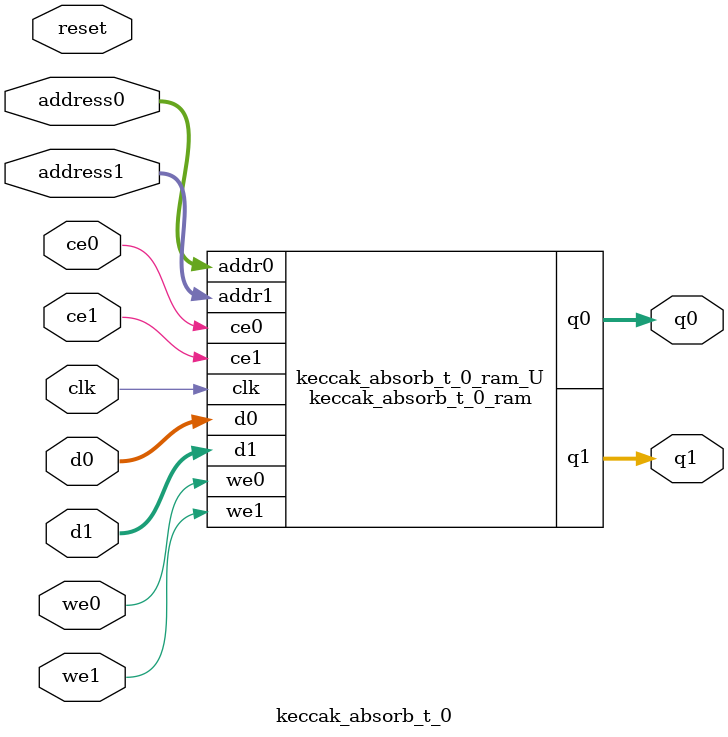
<source format=v>
`timescale 1 ns / 1 ps
module keccak_absorb_t_0_ram (addr0, ce0, d0, we0, q0, addr1, ce1, d1, we1, q1,  clk);

parameter DWIDTH = 8;
parameter AWIDTH = 4;
parameter MEM_SIZE = 13;

input[AWIDTH-1:0] addr0;
input ce0;
input[DWIDTH-1:0] d0;
input we0;
output reg[DWIDTH-1:0] q0;
input[AWIDTH-1:0] addr1;
input ce1;
input[DWIDTH-1:0] d1;
input we1;
output reg[DWIDTH-1:0] q1;
input clk;

(* ram_style = "block" *)reg [DWIDTH-1:0] ram[0:MEM_SIZE-1];




always @(posedge clk)  
begin 
    if (ce0) 
    begin
        if (we0) 
        begin 
            ram[addr0] <= d0; 
        end 
        q0 <= ram[addr0];
    end
end


always @(posedge clk)  
begin 
    if (ce1) 
    begin
        if (we1) 
        begin 
            ram[addr1] <= d1; 
        end 
        q1 <= ram[addr1];
    end
end


endmodule

`timescale 1 ns / 1 ps
module keccak_absorb_t_0(
    reset,
    clk,
    address0,
    ce0,
    we0,
    d0,
    q0,
    address1,
    ce1,
    we1,
    d1,
    q1);

parameter DataWidth = 32'd8;
parameter AddressRange = 32'd13;
parameter AddressWidth = 32'd4;
input reset;
input clk;
input[AddressWidth - 1:0] address0;
input ce0;
input we0;
input[DataWidth - 1:0] d0;
output[DataWidth - 1:0] q0;
input[AddressWidth - 1:0] address1;
input ce1;
input we1;
input[DataWidth - 1:0] d1;
output[DataWidth - 1:0] q1;



keccak_absorb_t_0_ram keccak_absorb_t_0_ram_U(
    .clk( clk ),
    .addr0( address0 ),
    .ce0( ce0 ),
    .we0( we0 ),
    .d0( d0 ),
    .q0( q0 ),
    .addr1( address1 ),
    .ce1( ce1 ),
    .we1( we1 ),
    .d1( d1 ),
    .q1( q1 ));

endmodule


</source>
